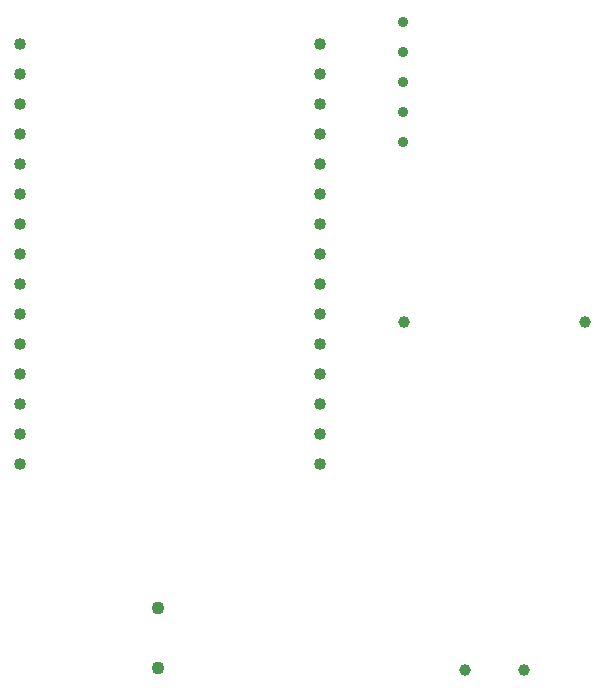
<source format=gbr>
%TF.GenerationSoftware,Altium Limited,Altium Designer,22.1.2 (22)*%
G04 Layer_Color=0*
%FSLAX26Y26*%
%MOIN*%
%TF.SameCoordinates,3D441875-7E2E-40EE-9B33-20ED1D9A15A1*%
%TF.FilePolarity,Positive*%
%TF.FileFunction,Plated,1,2,PTH,Drill*%
%TF.Part,Single*%
G01*
G75*
%TA.AperFunction,ComponentDrill*%
%ADD42C,0.040157*%
%ADD43C,0.035000*%
%ADD44C,0.039370*%
%ADD45C,0.043307*%
D42*
X2240000Y2005827D02*
D03*
Y2105827D02*
D03*
Y2205827D02*
D03*
Y2305827D02*
D03*
Y2405827D02*
D03*
Y2505827D02*
D03*
Y2605827D02*
D03*
Y2705827D02*
D03*
Y2805827D02*
D03*
Y2905827D02*
D03*
Y3005827D02*
D03*
Y3105827D02*
D03*
Y3205827D02*
D03*
Y3305827D02*
D03*
Y3405827D02*
D03*
X1240000Y2005827D02*
D03*
Y2105827D02*
D03*
Y2205827D02*
D03*
Y2305827D02*
D03*
Y2405827D02*
D03*
Y2505827D02*
D03*
Y2605827D02*
D03*
Y2705827D02*
D03*
Y2805827D02*
D03*
Y2905827D02*
D03*
Y3005827D02*
D03*
Y3105827D02*
D03*
Y3205827D02*
D03*
Y3305827D02*
D03*
Y3405827D02*
D03*
D43*
X2515000Y3080000D02*
D03*
Y3180000D02*
D03*
Y3280000D02*
D03*
Y3380000D02*
D03*
Y3480000D02*
D03*
D44*
X2721575Y1321260D02*
D03*
X2918425D02*
D03*
X2516850Y2478740D02*
D03*
X3123150D02*
D03*
D45*
X1700000Y1325000D02*
D03*
Y1525000D02*
D03*
%TF.MD5,c31fa49b913a85d8cc5f0f2d0d576862*%
M02*

</source>
